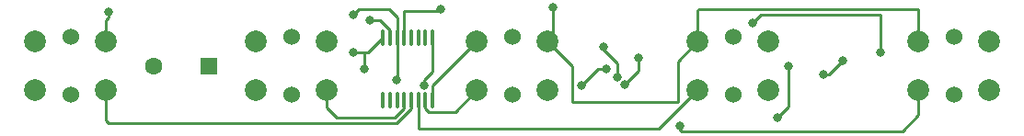
<source format=gbr>
G04 #@! TF.GenerationSoftware,KiCad,Pcbnew,8.0.6*
G04 #@! TF.CreationDate,2024-11-16T23:29:11-05:00*
G04 #@! TF.ProjectId,DDI-parent,4444492d-7061-4726-956e-742e6b696361,rev?*
G04 #@! TF.SameCoordinates,Original*
G04 #@! TF.FileFunction,Copper,L1,Top*
G04 #@! TF.FilePolarity,Positive*
%FSLAX46Y46*%
G04 Gerber Fmt 4.6, Leading zero omitted, Abs format (unit mm)*
G04 Created by KiCad (PCBNEW 8.0.6) date 2024-11-16 23:29:11*
%MOMM*%
%LPD*%
G01*
G04 APERTURE LIST*
G04 Aperture macros list*
%AMRoundRect*
0 Rectangle with rounded corners*
0 $1 Rounding radius*
0 $2 $3 $4 $5 $6 $7 $8 $9 X,Y pos of 4 corners*
0 Add a 4 corners polygon primitive as box body*
4,1,4,$2,$3,$4,$5,$6,$7,$8,$9,$2,$3,0*
0 Add four circle primitives for the rounded corners*
1,1,$1+$1,$2,$3*
1,1,$1+$1,$4,$5*
1,1,$1+$1,$6,$7*
1,1,$1+$1,$8,$9*
0 Add four rect primitives between the rounded corners*
20,1,$1+$1,$2,$3,$4,$5,0*
20,1,$1+$1,$4,$5,$6,$7,0*
20,1,$1+$1,$6,$7,$8,$9,0*
20,1,$1+$1,$8,$9,$2,$3,0*%
G04 Aperture macros list end*
G04 #@! TA.AperFunction,ComponentPad*
%ADD10C,1.600000*%
G04 #@! TD*
G04 #@! TA.AperFunction,ComponentPad*
%ADD11R,1.600000X1.600000*%
G04 #@! TD*
G04 #@! TA.AperFunction,ComponentPad*
%ADD12C,2.000000*%
G04 #@! TD*
G04 #@! TA.AperFunction,ComponentPad*
%ADD13C,1.524000*%
G04 #@! TD*
G04 #@! TA.AperFunction,SMDPad,CuDef*
%ADD14RoundRect,0.100000X0.100000X-0.637500X0.100000X0.637500X-0.100000X0.637500X-0.100000X-0.637500X0*%
G04 #@! TD*
G04 #@! TA.AperFunction,ViaPad*
%ADD15C,0.800000*%
G04 #@! TD*
G04 #@! TA.AperFunction,Conductor*
%ADD16C,0.250000*%
G04 #@! TD*
G04 APERTURE END LIST*
D10*
X174763400Y212586549D03*
D11*
X179763400Y212586549D03*
D12*
X245110566Y210397924D03*
X251610566Y210397924D03*
X245110566Y214897924D03*
X251610566Y214897924D03*
D13*
X248360566Y209947924D03*
X248360566Y215347924D03*
D12*
X204470566Y210397924D03*
X210970566Y210397924D03*
X204470566Y214897924D03*
X210970566Y214897924D03*
D13*
X207720566Y209947924D03*
X207720566Y215347924D03*
D12*
X163830566Y210397924D03*
X170330566Y210397924D03*
X163830566Y214897924D03*
X170330566Y214897924D03*
D13*
X167080566Y209947924D03*
X167080566Y215347924D03*
D12*
X184150566Y210397924D03*
X190650566Y210397924D03*
X184150566Y214897924D03*
X190650566Y214897924D03*
D13*
X187400566Y209947924D03*
X187400566Y215347924D03*
D14*
X195829691Y209457324D03*
X196479691Y209457324D03*
X197129691Y209457324D03*
X197779691Y209457324D03*
X198429691Y209457324D03*
X199079691Y209457324D03*
X199729691Y209457324D03*
X200379691Y209457324D03*
X200379691Y215182324D03*
X199729691Y215182324D03*
X199079691Y215182324D03*
X198429691Y215182324D03*
X197779691Y215182324D03*
X197129691Y215182324D03*
X196479691Y215182324D03*
X195829691Y215182324D03*
D12*
X224790566Y210397924D03*
X231290566Y210397924D03*
X224790566Y214897924D03*
X231290566Y214897924D03*
D13*
X228040566Y209947924D03*
X228040566Y215347924D03*
D15*
X223117403Y207056129D03*
X238110749Y213086549D03*
X236335444Y211836549D03*
X232110749Y207836549D03*
X216110749Y214336549D03*
X229860749Y216611072D03*
X233110749Y212561549D03*
X218110749Y210886549D03*
X219360749Y213336549D03*
X214110749Y210836549D03*
X216360749Y212336549D03*
X211498402Y217974202D03*
X170610749Y217586549D03*
X241610749Y213836549D03*
X199610749Y210836549D03*
X201110749Y217836549D03*
X197110749Y211336549D03*
X194123402Y212323896D03*
X193110749Y213836549D03*
X193110749Y217336549D03*
X194610749Y216836549D03*
X217360749Y211611549D03*
D16*
X223360749Y206586549D02*
X223110749Y206836549D01*
X245110749Y208086549D02*
X243610749Y206586549D01*
X243610749Y206586549D02*
X223360749Y206586549D01*
X245110749Y210086549D02*
X245110749Y208086549D01*
X245110566Y210086732D02*
X245110749Y210086549D01*
X245110566Y210397924D02*
X245110566Y210086732D01*
X236860749Y211836549D02*
X238110749Y213086549D01*
X236335444Y211836549D02*
X236860749Y211836549D01*
X241610749Y217336549D02*
X241610749Y213836549D01*
X230610749Y217336549D02*
X241610749Y217336549D01*
X229860749Y216586549D02*
X230610749Y217336549D01*
X229860749Y216611072D02*
X229860749Y216586549D01*
X233110749Y208836549D02*
X232110749Y207836549D01*
X233110749Y212561549D02*
X233110749Y208836549D01*
X217360749Y212836549D02*
X217360749Y211611549D01*
X216110749Y214086549D02*
X217360749Y212836549D01*
X219360749Y213336549D02*
X219360749Y212136549D01*
X219360749Y212136549D02*
X218110749Y210886549D01*
X216360749Y212336549D02*
X215610749Y212336549D01*
X215610749Y212336549D02*
X214110749Y210836549D01*
X211498402Y217974202D02*
X211498402Y215425760D01*
X211498402Y215425760D02*
X210970566Y214897924D01*
X219360749Y213336549D02*
X219360749Y213086549D01*
X170330566Y216806366D02*
X170330566Y214897924D01*
X170610749Y217086549D02*
X170330566Y216806366D01*
X170610749Y217586549D02*
X170610749Y217086549D01*
X196479691Y215919823D02*
X196479691Y215182324D01*
X195562965Y216836549D02*
X196479691Y215919823D01*
X194610749Y216836549D02*
X195562965Y216836549D01*
X197129691Y217067607D02*
X197129691Y215182324D01*
X193610749Y217836549D02*
X196360749Y217836549D01*
X196360749Y217836549D02*
X197129691Y217067607D01*
X193110749Y217336549D02*
X193610749Y217836549D01*
X200379691Y212105491D02*
X200379691Y215182324D01*
X199610749Y211336549D02*
X200379691Y212105491D01*
X199610749Y210836549D02*
X199610749Y211336549D01*
X200941807Y217667607D02*
X197779691Y217667607D01*
X201110749Y217836549D02*
X200941807Y217667607D01*
X197129691Y211355491D02*
X197129691Y215182324D01*
X197110749Y211336549D02*
X197129691Y211355491D01*
X194110749Y212336549D02*
X194110749Y213836549D01*
X194123402Y212323896D02*
X194110749Y212336549D01*
X194110749Y213836549D02*
X194483916Y213836549D01*
X193110749Y213836549D02*
X194110749Y213836549D01*
X222950657Y213058015D02*
X224790566Y214897924D01*
X222950657Y209336549D02*
X222950657Y213058015D01*
X213270840Y212597650D02*
X213270840Y209336549D01*
X210970566Y214897924D02*
X213270840Y212597650D01*
X213270840Y209336549D02*
X222950657Y209336549D01*
X200379691Y210807049D02*
X204470566Y214897924D01*
X200379691Y209457324D02*
X200379691Y210807049D01*
X194483916Y213836549D02*
X195829691Y215182324D01*
X202467466Y208394824D02*
X204470566Y210397924D01*
X200054692Y208394824D02*
X202467466Y208394824D01*
X199729691Y209457324D02*
X199729691Y208719825D01*
X199729691Y208719825D02*
X200054692Y208394824D01*
X221229191Y206836549D02*
X224790566Y210397924D01*
X199110749Y206836549D02*
X221229191Y206836549D01*
X199079691Y206867607D02*
X199110749Y206836549D01*
X199079691Y209457324D02*
X199079691Y206867607D01*
X170610749Y207336549D02*
X197046415Y207336549D01*
X197046415Y207336549D02*
X198429691Y208719825D01*
X170330566Y207616732D02*
X170610749Y207336549D01*
X170330566Y210397924D02*
X170330566Y207616732D01*
X198429691Y208719825D02*
X198429691Y209457324D01*
X197779691Y208719825D02*
X197779691Y209457324D01*
X191610749Y207836549D02*
X196896415Y207836549D01*
X196896415Y207836549D02*
X197779691Y208719825D01*
X190650566Y208796732D02*
X191610749Y207836549D01*
X190650566Y210397924D02*
X190650566Y208796732D01*
X197779691Y217667607D02*
X197779691Y215182324D01*
X224790566Y214897924D02*
X224790566Y217766366D01*
X245110566Y217336366D02*
X245110566Y214897924D01*
X245110749Y217336549D02*
X245110566Y217336366D01*
X245110749Y217836549D02*
X245110749Y217336549D01*
X224860749Y217836549D02*
X245110749Y217836549D01*
M02*

</source>
